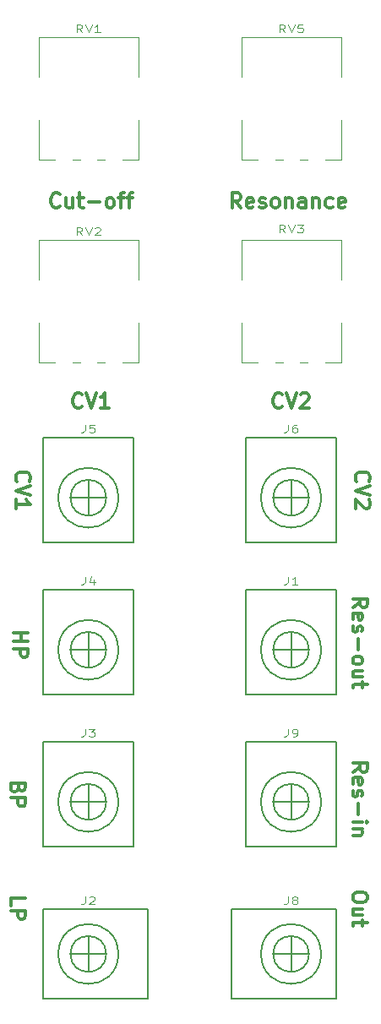
<source format=gbr>
G04 #@! TF.GenerationSoftware,KiCad,Pcbnew,(5.0.1-3-g963ef8bb5)*
G04 #@! TF.CreationDate,2018-11-04T18:49:05+08:00*
G04 #@! TF.ProjectId,SteinerVCF,537465696E65725643462E6B69636164,rev?*
G04 #@! TF.SameCoordinates,PX8d9ee20PY6422c40*
G04 #@! TF.FileFunction,Legend,Top*
G04 #@! TF.FilePolarity,Positive*
%FSLAX46Y46*%
G04 Gerber Fmt 4.6, Leading zero omitted, Abs format (unit mm)*
G04 Created by KiCad (PCBNEW (5.0.1-3-g963ef8bb5)) date 2018 November 04, Sunday 18:49:05*
%MOMM*%
%LPD*%
G01*
G04 APERTURE LIST*
%ADD10C,0.300000*%
%ADD11C,0.120000*%
%ADD12C,0.150000*%
%ADD13C,0.125000*%
G04 APERTURE END LIST*
D10*
X9267142Y9116286D02*
X9195714Y9044858D01*
X8981428Y8973429D01*
X8838571Y8973429D01*
X8624285Y9044858D01*
X8481428Y9187715D01*
X8410000Y9330572D01*
X8338571Y9616286D01*
X8338571Y9830572D01*
X8410000Y10116286D01*
X8481428Y10259143D01*
X8624285Y10402000D01*
X8838571Y10473429D01*
X8981428Y10473429D01*
X9195714Y10402000D01*
X9267142Y10330572D01*
X9695714Y10473429D02*
X10195714Y8973429D01*
X10695714Y10473429D01*
X11124285Y10330572D02*
X11195714Y10402000D01*
X11338571Y10473429D01*
X11695714Y10473429D01*
X11838571Y10402000D01*
X11910000Y10330572D01*
X11981428Y10187715D01*
X11981428Y10044858D01*
X11910000Y9830572D01*
X11052857Y8973429D01*
X11981428Y8973429D01*
X-10798858Y9116286D02*
X-10870286Y9044858D01*
X-11084572Y8973429D01*
X-11227429Y8973429D01*
X-11441715Y9044858D01*
X-11584572Y9187715D01*
X-11656000Y9330572D01*
X-11727429Y9616286D01*
X-11727429Y9830572D01*
X-11656000Y10116286D01*
X-11584572Y10259143D01*
X-11441715Y10402000D01*
X-11227429Y10473429D01*
X-11084572Y10473429D01*
X-10870286Y10402000D01*
X-10798858Y10330572D01*
X-10370286Y10473429D02*
X-9870286Y8973429D01*
X-9370286Y10473429D01*
X-8084572Y8973429D02*
X-8941715Y8973429D01*
X-8513143Y8973429D02*
X-8513143Y10473429D01*
X-8656000Y10259143D01*
X-8798858Y10116286D01*
X-8941715Y10044858D01*
X17839428Y-39898000D02*
X17839428Y-40183714D01*
X17768000Y-40326571D01*
X17625142Y-40469428D01*
X17339428Y-40540857D01*
X16839428Y-40540857D01*
X16553714Y-40469428D01*
X16410857Y-40326571D01*
X16339428Y-40183714D01*
X16339428Y-39898000D01*
X16410857Y-39755142D01*
X16553714Y-39612285D01*
X16839428Y-39540857D01*
X17339428Y-39540857D01*
X17625142Y-39612285D01*
X17768000Y-39755142D01*
X17839428Y-39898000D01*
X17339428Y-41826571D02*
X16339428Y-41826571D01*
X17339428Y-41183714D02*
X16553714Y-41183714D01*
X16410857Y-41255142D01*
X16339428Y-41398000D01*
X16339428Y-41612285D01*
X16410857Y-41755142D01*
X16482285Y-41826571D01*
X17339428Y-42326571D02*
X17339428Y-42898000D01*
X17839428Y-42540857D02*
X16553714Y-42540857D01*
X16410857Y-42612285D01*
X16339428Y-42755142D01*
X16339428Y-42898000D01*
X16339428Y-27476000D02*
X17053714Y-26976000D01*
X16339428Y-26618857D02*
X17839428Y-26618857D01*
X17839428Y-27190285D01*
X17768000Y-27333142D01*
X17696571Y-27404571D01*
X17553714Y-27476000D01*
X17339428Y-27476000D01*
X17196571Y-27404571D01*
X17125142Y-27333142D01*
X17053714Y-27190285D01*
X17053714Y-26618857D01*
X16410857Y-28690285D02*
X16339428Y-28547428D01*
X16339428Y-28261714D01*
X16410857Y-28118857D01*
X16553714Y-28047428D01*
X17125142Y-28047428D01*
X17268000Y-28118857D01*
X17339428Y-28261714D01*
X17339428Y-28547428D01*
X17268000Y-28690285D01*
X17125142Y-28761714D01*
X16982285Y-28761714D01*
X16839428Y-28047428D01*
X16410857Y-29333142D02*
X16339428Y-29476000D01*
X16339428Y-29761714D01*
X16410857Y-29904571D01*
X16553714Y-29976000D01*
X16625142Y-29976000D01*
X16768000Y-29904571D01*
X16839428Y-29761714D01*
X16839428Y-29547428D01*
X16910857Y-29404571D01*
X17053714Y-29333142D01*
X17125142Y-29333142D01*
X17268000Y-29404571D01*
X17339428Y-29547428D01*
X17339428Y-29761714D01*
X17268000Y-29904571D01*
X16910857Y-30618857D02*
X16910857Y-31761714D01*
X16339428Y-32476000D02*
X17339428Y-32476000D01*
X17839428Y-32476000D02*
X17768000Y-32404571D01*
X17696571Y-32476000D01*
X17768000Y-32547428D01*
X17839428Y-32476000D01*
X17696571Y-32476000D01*
X17339428Y-33190285D02*
X16339428Y-33190285D01*
X17196571Y-33190285D02*
X17268000Y-33261714D01*
X17339428Y-33404571D01*
X17339428Y-33618857D01*
X17268000Y-33761714D01*
X17125142Y-33833142D01*
X16339428Y-33833142D01*
X16339428Y-10978000D02*
X17053714Y-10478000D01*
X16339428Y-10120857D02*
X17839428Y-10120857D01*
X17839428Y-10692285D01*
X17768000Y-10835142D01*
X17696571Y-10906571D01*
X17553714Y-10978000D01*
X17339428Y-10978000D01*
X17196571Y-10906571D01*
X17125142Y-10835142D01*
X17053714Y-10692285D01*
X17053714Y-10120857D01*
X16410857Y-12192285D02*
X16339428Y-12049428D01*
X16339428Y-11763714D01*
X16410857Y-11620857D01*
X16553714Y-11549428D01*
X17125142Y-11549428D01*
X17268000Y-11620857D01*
X17339428Y-11763714D01*
X17339428Y-12049428D01*
X17268000Y-12192285D01*
X17125142Y-12263714D01*
X16982285Y-12263714D01*
X16839428Y-11549428D01*
X16410857Y-12835142D02*
X16339428Y-12978000D01*
X16339428Y-13263714D01*
X16410857Y-13406571D01*
X16553714Y-13478000D01*
X16625142Y-13478000D01*
X16768000Y-13406571D01*
X16839428Y-13263714D01*
X16839428Y-13049428D01*
X16910857Y-12906571D01*
X17053714Y-12835142D01*
X17125142Y-12835142D01*
X17268000Y-12906571D01*
X17339428Y-13049428D01*
X17339428Y-13263714D01*
X17268000Y-13406571D01*
X16910857Y-14120857D02*
X16910857Y-15263714D01*
X16339428Y-16192285D02*
X16410857Y-16049428D01*
X16482285Y-15978000D01*
X16625142Y-15906571D01*
X17053714Y-15906571D01*
X17196571Y-15978000D01*
X17268000Y-16049428D01*
X17339428Y-16192285D01*
X17339428Y-16406571D01*
X17268000Y-16549428D01*
X17196571Y-16620857D01*
X17053714Y-16692285D01*
X16625142Y-16692285D01*
X16482285Y-16620857D01*
X16410857Y-16549428D01*
X16339428Y-16406571D01*
X16339428Y-16192285D01*
X17339428Y-17978000D02*
X16339428Y-17978000D01*
X17339428Y-17335142D02*
X16553714Y-17335142D01*
X16410857Y-17406571D01*
X16339428Y-17549428D01*
X16339428Y-17763714D01*
X16410857Y-17906571D01*
X16482285Y-17978000D01*
X17339428Y-18478000D02*
X17339428Y-19049428D01*
X17839428Y-18692285D02*
X16553714Y-18692285D01*
X16410857Y-18763714D01*
X16339428Y-18906571D01*
X16339428Y-19049428D01*
X-17950572Y-40862285D02*
X-17950572Y-40148000D01*
X-16450572Y-40148000D01*
X-17950572Y-41362285D02*
X-16450572Y-41362285D01*
X-16450572Y-41933714D01*
X-16522000Y-42076571D01*
X-16593429Y-42148000D01*
X-16736286Y-42219428D01*
X-16950572Y-42219428D01*
X-17093429Y-42148000D01*
X-17164858Y-42076571D01*
X-17236286Y-41933714D01*
X-17236286Y-41362285D01*
X-17164858Y-29075142D02*
X-17236286Y-29289428D01*
X-17307715Y-29360857D01*
X-17450572Y-29432285D01*
X-17664858Y-29432285D01*
X-17807715Y-29360857D01*
X-17879143Y-29289428D01*
X-17950572Y-29146571D01*
X-17950572Y-28575142D01*
X-16450572Y-28575142D01*
X-16450572Y-29075142D01*
X-16522000Y-29218000D01*
X-16593429Y-29289428D01*
X-16736286Y-29360857D01*
X-16879143Y-29360857D01*
X-17022000Y-29289428D01*
X-17093429Y-29218000D01*
X-17164858Y-29075142D01*
X-17164858Y-28575142D01*
X-17950572Y-30075142D02*
X-16450572Y-30075142D01*
X-16450572Y-30646571D01*
X-16522000Y-30789428D01*
X-16593429Y-30860857D01*
X-16736286Y-30932285D01*
X-16950572Y-30932285D01*
X-17093429Y-30860857D01*
X-17164858Y-30789428D01*
X-17236286Y-30646571D01*
X-17236286Y-30075142D01*
X-17696572Y-13553428D02*
X-16196572Y-13553428D01*
X-16910858Y-13553428D02*
X-16910858Y-14410571D01*
X-17696572Y-14410571D02*
X-16196572Y-14410571D01*
X-17696572Y-15124857D02*
X-16196572Y-15124857D01*
X-16196572Y-15696285D01*
X-16268000Y-15839142D01*
X-16339429Y-15910571D01*
X-16482286Y-15982000D01*
X-16696572Y-15982000D01*
X-16839429Y-15910571D01*
X-16910858Y-15839142D01*
X-16982286Y-15696285D01*
X-16982286Y-15124857D01*
X16736285Y1654858D02*
X16664857Y1726286D01*
X16593428Y1940572D01*
X16593428Y2083429D01*
X16664857Y2297715D01*
X16807714Y2440572D01*
X16950571Y2512000D01*
X17236285Y2583429D01*
X17450571Y2583429D01*
X17736285Y2512000D01*
X17879142Y2440572D01*
X18022000Y2297715D01*
X18093428Y2083429D01*
X18093428Y1940572D01*
X18022000Y1726286D01*
X17950571Y1654858D01*
X18093428Y1226286D02*
X16593428Y726286D01*
X18093428Y226286D01*
X17950571Y-202285D02*
X18022000Y-273714D01*
X18093428Y-416571D01*
X18093428Y-773714D01*
X18022000Y-916571D01*
X17950571Y-988000D01*
X17807714Y-1059428D01*
X17664857Y-1059428D01*
X17450571Y-988000D01*
X16593428Y-130857D01*
X16593428Y-1059428D01*
X-17299715Y1654858D02*
X-17371143Y1726286D01*
X-17442572Y1940572D01*
X-17442572Y2083429D01*
X-17371143Y2297715D01*
X-17228286Y2440572D01*
X-17085429Y2512000D01*
X-16799715Y2583429D01*
X-16585429Y2583429D01*
X-16299715Y2512000D01*
X-16156858Y2440572D01*
X-16014000Y2297715D01*
X-15942572Y2083429D01*
X-15942572Y1940572D01*
X-16014000Y1726286D01*
X-16085429Y1654858D01*
X-15942572Y1226286D02*
X-17442572Y726286D01*
X-15942572Y226286D01*
X-17442572Y-1059428D02*
X-17442572Y-202285D01*
X-17442572Y-630857D02*
X-15942572Y-630857D01*
X-16156858Y-488000D01*
X-16299715Y-345142D01*
X-16371143Y-202285D01*
X5120285Y29039429D02*
X4620285Y29753715D01*
X4263142Y29039429D02*
X4263142Y30539429D01*
X4834571Y30539429D01*
X4977428Y30468000D01*
X5048857Y30396572D01*
X5120285Y30253715D01*
X5120285Y30039429D01*
X5048857Y29896572D01*
X4977428Y29825143D01*
X4834571Y29753715D01*
X4263142Y29753715D01*
X6334571Y29110858D02*
X6191714Y29039429D01*
X5906000Y29039429D01*
X5763142Y29110858D01*
X5691714Y29253715D01*
X5691714Y29825143D01*
X5763142Y29968000D01*
X5906000Y30039429D01*
X6191714Y30039429D01*
X6334571Y29968000D01*
X6406000Y29825143D01*
X6406000Y29682286D01*
X5691714Y29539429D01*
X6977428Y29110858D02*
X7120285Y29039429D01*
X7406000Y29039429D01*
X7548857Y29110858D01*
X7620285Y29253715D01*
X7620285Y29325143D01*
X7548857Y29468000D01*
X7406000Y29539429D01*
X7191714Y29539429D01*
X7048857Y29610858D01*
X6977428Y29753715D01*
X6977428Y29825143D01*
X7048857Y29968000D01*
X7191714Y30039429D01*
X7406000Y30039429D01*
X7548857Y29968000D01*
X8477428Y29039429D02*
X8334571Y29110858D01*
X8263142Y29182286D01*
X8191714Y29325143D01*
X8191714Y29753715D01*
X8263142Y29896572D01*
X8334571Y29968000D01*
X8477428Y30039429D01*
X8691714Y30039429D01*
X8834571Y29968000D01*
X8906000Y29896572D01*
X8977428Y29753715D01*
X8977428Y29325143D01*
X8906000Y29182286D01*
X8834571Y29110858D01*
X8691714Y29039429D01*
X8477428Y29039429D01*
X9620285Y30039429D02*
X9620285Y29039429D01*
X9620285Y29896572D02*
X9691714Y29968000D01*
X9834571Y30039429D01*
X10048857Y30039429D01*
X10191714Y29968000D01*
X10263142Y29825143D01*
X10263142Y29039429D01*
X11620285Y29039429D02*
X11620285Y29825143D01*
X11548857Y29968000D01*
X11406000Y30039429D01*
X11120285Y30039429D01*
X10977428Y29968000D01*
X11620285Y29110858D02*
X11477428Y29039429D01*
X11120285Y29039429D01*
X10977428Y29110858D01*
X10906000Y29253715D01*
X10906000Y29396572D01*
X10977428Y29539429D01*
X11120285Y29610858D01*
X11477428Y29610858D01*
X11620285Y29682286D01*
X12334571Y30039429D02*
X12334571Y29039429D01*
X12334571Y29896572D02*
X12406000Y29968000D01*
X12548857Y30039429D01*
X12763142Y30039429D01*
X12906000Y29968000D01*
X12977428Y29825143D01*
X12977428Y29039429D01*
X14334571Y29110858D02*
X14191714Y29039429D01*
X13906000Y29039429D01*
X13763142Y29110858D01*
X13691714Y29182286D01*
X13620285Y29325143D01*
X13620285Y29753715D01*
X13691714Y29896572D01*
X13763142Y29968000D01*
X13906000Y30039429D01*
X14191714Y30039429D01*
X14334571Y29968000D01*
X15548857Y29110858D02*
X15406000Y29039429D01*
X15120285Y29039429D01*
X14977428Y29110858D01*
X14906000Y29253715D01*
X14906000Y29825143D01*
X14977428Y29968000D01*
X15120285Y30039429D01*
X15406000Y30039429D01*
X15548857Y29968000D01*
X15620285Y29825143D01*
X15620285Y29682286D01*
X14906000Y29539429D01*
X-13013143Y29182286D02*
X-13084572Y29110858D01*
X-13298858Y29039429D01*
X-13441715Y29039429D01*
X-13656000Y29110858D01*
X-13798858Y29253715D01*
X-13870286Y29396572D01*
X-13941715Y29682286D01*
X-13941715Y29896572D01*
X-13870286Y30182286D01*
X-13798858Y30325143D01*
X-13656000Y30468000D01*
X-13441715Y30539429D01*
X-13298858Y30539429D01*
X-13084572Y30468000D01*
X-13013143Y30396572D01*
X-11727429Y30039429D02*
X-11727429Y29039429D01*
X-12370286Y30039429D02*
X-12370286Y29253715D01*
X-12298858Y29110858D01*
X-12156000Y29039429D01*
X-11941715Y29039429D01*
X-11798858Y29110858D01*
X-11727429Y29182286D01*
X-11227429Y30039429D02*
X-10656000Y30039429D01*
X-11013143Y30539429D02*
X-11013143Y29253715D01*
X-10941715Y29110858D01*
X-10798858Y29039429D01*
X-10656000Y29039429D01*
X-10156000Y29610858D02*
X-9013143Y29610858D01*
X-8084572Y29039429D02*
X-8227429Y29110858D01*
X-8298858Y29182286D01*
X-8370286Y29325143D01*
X-8370286Y29753715D01*
X-8298858Y29896572D01*
X-8227429Y29968000D01*
X-8084572Y30039429D01*
X-7870286Y30039429D01*
X-7727429Y29968000D01*
X-7656000Y29896572D01*
X-7584572Y29753715D01*
X-7584572Y29325143D01*
X-7656000Y29182286D01*
X-7727429Y29110858D01*
X-7870286Y29039429D01*
X-8084572Y29039429D01*
X-7156000Y30039429D02*
X-6584572Y30039429D01*
X-6941715Y29039429D02*
X-6941715Y30325143D01*
X-6870286Y30468000D01*
X-6727429Y30539429D01*
X-6584572Y30539429D01*
X-6298858Y30039429D02*
X-5727429Y30039429D01*
X-6084572Y29039429D02*
X-6084572Y30325143D01*
X-6013143Y30468000D01*
X-5870286Y30539429D01*
X-5727429Y30539429D01*
D11*
G04 #@! TO.C,RV1*
X-15141000Y33900000D02*
X-15141000Y37837000D01*
X-15141000Y42204000D02*
X-15141000Y46140000D01*
X-5100000Y33900000D02*
X-5100000Y37837000D01*
X-5100000Y42204000D02*
X-5100000Y46140000D01*
X-15141000Y33900000D02*
X-13491000Y33900000D01*
X-11749000Y33900000D02*
X-10990000Y33900000D01*
X-9249000Y33900000D02*
X-8490000Y33900000D01*
X-6750000Y33900000D02*
X-5100000Y33900000D01*
X-15141000Y46140000D02*
X-5100000Y46140000D01*
G04 #@! TO.C,RV2*
X-15141000Y25820000D02*
X-5100000Y25820000D01*
X-6750000Y13580000D02*
X-5100000Y13580000D01*
X-9249000Y13580000D02*
X-8490000Y13580000D01*
X-11749000Y13580000D02*
X-10990000Y13580000D01*
X-15141000Y13580000D02*
X-13491000Y13580000D01*
X-5100000Y21884000D02*
X-5100000Y25820000D01*
X-5100000Y13580000D02*
X-5100000Y17517000D01*
X-15141000Y21884000D02*
X-15141000Y25820000D01*
X-15141000Y13580000D02*
X-15141000Y17517000D01*
G04 #@! TO.C,RV3*
X5179000Y13580000D02*
X5179000Y17517000D01*
X5179000Y21884000D02*
X5179000Y25820000D01*
X15220000Y13580000D02*
X15220000Y17517000D01*
X15220000Y21884000D02*
X15220000Y25820000D01*
X5179000Y13580000D02*
X6829000Y13580000D01*
X8571000Y13580000D02*
X9330000Y13580000D01*
X11071000Y13580000D02*
X11830000Y13580000D01*
X13570000Y13580000D02*
X15220000Y13580000D01*
X5179000Y25820000D02*
X15220000Y25820000D01*
G04 #@! TO.C,RV5*
X5179000Y46140000D02*
X15220000Y46140000D01*
X13570000Y33900000D02*
X15220000Y33900000D01*
X11071000Y33900000D02*
X11830000Y33900000D01*
X8571000Y33900000D02*
X9330000Y33900000D01*
X5179000Y33900000D02*
X6829000Y33900000D01*
X15220000Y42204000D02*
X15220000Y46140000D01*
X15220000Y33900000D02*
X15220000Y37837000D01*
X5179000Y42204000D02*
X5179000Y46140000D01*
X5179000Y33900000D02*
X5179000Y37837000D01*
D12*
G04 #@! TO.C,J1*
X11960000Y-15240000D02*
G75*
G03X11960000Y-15240000I-1800000J0D01*
G01*
X13166659Y-15240000D02*
G75*
G03X13166659Y-15240000I-3006659J0D01*
G01*
X5660000Y-9240000D02*
X5660000Y-19740000D01*
X14660000Y-9240000D02*
X5660000Y-9240000D01*
X14660000Y-19740000D02*
X14660000Y-9240000D01*
X5660000Y-19740000D02*
X14660000Y-19740000D01*
X10160000Y-13440000D02*
X10160000Y-17040000D01*
X11960000Y-15240000D02*
X8360000Y-15240000D01*
G04 #@! TO.C,J2*
X-10160000Y-47520000D02*
X-10160000Y-43920000D01*
X-8360000Y-45720000D02*
X-11960000Y-45720000D01*
X-14660000Y-41220000D02*
X-14660000Y-50220000D01*
X-14660000Y-50220000D02*
X-4160000Y-50220000D01*
X-4160000Y-50220000D02*
X-4160000Y-41220000D01*
X-4160000Y-41220000D02*
X-14660000Y-41220000D01*
X-7153341Y-45720000D02*
G75*
G03X-7153341Y-45720000I-3006659J0D01*
G01*
X-8360000Y-45720000D02*
G75*
G03X-8360000Y-45720000I-1800000J0D01*
G01*
G04 #@! TO.C,J3*
X-8360000Y-30480000D02*
G75*
G03X-8360000Y-30480000I-1800000J0D01*
G01*
X-7153341Y-30480000D02*
G75*
G03X-7153341Y-30480000I-3006659J0D01*
G01*
X-14660000Y-24480000D02*
X-14660000Y-34980000D01*
X-5660000Y-24480000D02*
X-14660000Y-24480000D01*
X-5660000Y-34980000D02*
X-5660000Y-24480000D01*
X-14660000Y-34980000D02*
X-5660000Y-34980000D01*
X-10160000Y-28680000D02*
X-10160000Y-32280000D01*
X-8360000Y-30480000D02*
X-11960000Y-30480000D01*
G04 #@! TO.C,J4*
X-8360000Y-15240000D02*
X-11960000Y-15240000D01*
X-10160000Y-13440000D02*
X-10160000Y-17040000D01*
X-14660000Y-19740000D02*
X-5660000Y-19740000D01*
X-5660000Y-19740000D02*
X-5660000Y-9240000D01*
X-5660000Y-9240000D02*
X-14660000Y-9240000D01*
X-14660000Y-9240000D02*
X-14660000Y-19740000D01*
X-7153341Y-15240000D02*
G75*
G03X-7153341Y-15240000I-3006659J0D01*
G01*
X-8360000Y-15240000D02*
G75*
G03X-8360000Y-15240000I-1800000J0D01*
G01*
G04 #@! TO.C,J5*
X-8360000Y0D02*
G75*
G03X-8360000Y0I-1800000J0D01*
G01*
X-7153341Y0D02*
G75*
G03X-7153341Y0I-3006659J0D01*
G01*
X-14660000Y6000000D02*
X-14660000Y-4500000D01*
X-5660000Y6000000D02*
X-14660000Y6000000D01*
X-5660000Y-4500000D02*
X-5660000Y6000000D01*
X-14660000Y-4500000D02*
X-5660000Y-4500000D01*
X-10160000Y1800000D02*
X-10160000Y-1800000D01*
X-8360000Y0D02*
X-11960000Y0D01*
G04 #@! TO.C,J6*
X11960000Y0D02*
X8360000Y0D01*
X10160000Y1800000D02*
X10160000Y-1800000D01*
X5660000Y-4500000D02*
X14660000Y-4500000D01*
X14660000Y-4500000D02*
X14660000Y6000000D01*
X14660000Y6000000D02*
X5660000Y6000000D01*
X5660000Y6000000D02*
X5660000Y-4500000D01*
X13166659Y0D02*
G75*
G03X13166659Y0I-3006659J0D01*
G01*
X11960000Y0D02*
G75*
G03X11960000Y0I-1800000J0D01*
G01*
G04 #@! TO.C,J9*
X11960000Y-30480000D02*
G75*
G03X11960000Y-30480000I-1800000J0D01*
G01*
X13166659Y-30480000D02*
G75*
G03X13166659Y-30480000I-3006659J0D01*
G01*
X5660000Y-24480000D02*
X5660000Y-34980000D01*
X14660000Y-24480000D02*
X5660000Y-24480000D01*
X14660000Y-34980000D02*
X14660000Y-24480000D01*
X5660000Y-34980000D02*
X14660000Y-34980000D01*
X10160000Y-28680000D02*
X10160000Y-32280000D01*
X11960000Y-30480000D02*
X8360000Y-30480000D01*
G04 #@! TO.C,J8*
X10160000Y-43920000D02*
X10160000Y-47520000D01*
X8360000Y-45720000D02*
X11960000Y-45720000D01*
X14660000Y-50220000D02*
X14660000Y-41220000D01*
X14660000Y-41220000D02*
X4160000Y-41220000D01*
X4160000Y-41220000D02*
X4160000Y-50220000D01*
X4160000Y-50220000D02*
X14660000Y-50220000D01*
X13166659Y-45720000D02*
G75*
G03X13166659Y-45720000I-3006659J0D01*
G01*
X11960000Y-45720000D02*
G75*
G03X11960000Y-45720000I-1800000J0D01*
G01*
G04 #@! TO.C,RV1*
D13*
X-10755239Y46650715D02*
X-11088572Y47007858D01*
X-11326667Y46650715D02*
X-11326667Y47400715D01*
X-10945715Y47400715D01*
X-10850477Y47365000D01*
X-10802858Y47329286D01*
X-10755239Y47257858D01*
X-10755239Y47150715D01*
X-10802858Y47079286D01*
X-10850477Y47043572D01*
X-10945715Y47007858D01*
X-11326667Y47007858D01*
X-10469524Y47400715D02*
X-10136191Y46650715D01*
X-9802858Y47400715D01*
X-8945715Y46650715D02*
X-9517143Y46650715D01*
X-9231429Y46650715D02*
X-9231429Y47400715D01*
X-9326667Y47293572D01*
X-9421905Y47222143D01*
X-9517143Y47186429D01*
G04 #@! TO.C,RV2*
X-10755239Y26330715D02*
X-11088572Y26687858D01*
X-11326667Y26330715D02*
X-11326667Y27080715D01*
X-10945715Y27080715D01*
X-10850477Y27045000D01*
X-10802858Y27009286D01*
X-10755239Y26937858D01*
X-10755239Y26830715D01*
X-10802858Y26759286D01*
X-10850477Y26723572D01*
X-10945715Y26687858D01*
X-11326667Y26687858D01*
X-10469524Y27080715D02*
X-10136191Y26330715D01*
X-9802858Y27080715D01*
X-9517143Y27009286D02*
X-9469524Y27045000D01*
X-9374286Y27080715D01*
X-9136191Y27080715D01*
X-9040953Y27045000D01*
X-8993334Y27009286D01*
X-8945715Y26937858D01*
X-8945715Y26866429D01*
X-8993334Y26759286D01*
X-9564762Y26330715D01*
X-8945715Y26330715D01*
G04 #@! TO.C,RV3*
X9564761Y26584715D02*
X9231428Y26941858D01*
X8993333Y26584715D02*
X8993333Y27334715D01*
X9374285Y27334715D01*
X9469523Y27299000D01*
X9517142Y27263286D01*
X9564761Y27191858D01*
X9564761Y27084715D01*
X9517142Y27013286D01*
X9469523Y26977572D01*
X9374285Y26941858D01*
X8993333Y26941858D01*
X9850476Y27334715D02*
X10183809Y26584715D01*
X10517142Y27334715D01*
X10755238Y27334715D02*
X11374285Y27334715D01*
X11040952Y27049000D01*
X11183809Y27049000D01*
X11279047Y27013286D01*
X11326666Y26977572D01*
X11374285Y26906143D01*
X11374285Y26727572D01*
X11326666Y26656143D01*
X11279047Y26620429D01*
X11183809Y26584715D01*
X10898095Y26584715D01*
X10802857Y26620429D01*
X10755238Y26656143D01*
G04 #@! TO.C,RV5*
X9564761Y46650715D02*
X9231428Y47007858D01*
X8993333Y46650715D02*
X8993333Y47400715D01*
X9374285Y47400715D01*
X9469523Y47365000D01*
X9517142Y47329286D01*
X9564761Y47257858D01*
X9564761Y47150715D01*
X9517142Y47079286D01*
X9469523Y47043572D01*
X9374285Y47007858D01*
X8993333Y47007858D01*
X9850476Y47400715D02*
X10183809Y46650715D01*
X10517142Y47400715D01*
X11326666Y47400715D02*
X10850476Y47400715D01*
X10802857Y47043572D01*
X10850476Y47079286D01*
X10945714Y47115000D01*
X11183809Y47115000D01*
X11279047Y47079286D01*
X11326666Y47043572D01*
X11374285Y46972143D01*
X11374285Y46793572D01*
X11326666Y46722143D01*
X11279047Y46686429D01*
X11183809Y46650715D01*
X10945714Y46650715D01*
X10850476Y46686429D01*
X10802857Y46722143D01*
G04 #@! TO.C,J1*
X9826666Y-7929285D02*
X9826666Y-8465000D01*
X9779047Y-8572142D01*
X9683809Y-8643571D01*
X9540952Y-8679285D01*
X9445714Y-8679285D01*
X10826666Y-8679285D02*
X10255238Y-8679285D01*
X10540952Y-8679285D02*
X10540952Y-7929285D01*
X10445714Y-8036428D01*
X10350476Y-8107857D01*
X10255238Y-8143571D01*
G04 #@! TO.C,J2*
X-10493334Y-39975285D02*
X-10493334Y-40511000D01*
X-10540953Y-40618142D01*
X-10636191Y-40689571D01*
X-10779048Y-40725285D01*
X-10874286Y-40725285D01*
X-10064762Y-40046714D02*
X-10017143Y-40011000D01*
X-9921905Y-39975285D01*
X-9683810Y-39975285D01*
X-9588572Y-40011000D01*
X-9540953Y-40046714D01*
X-9493334Y-40118142D01*
X-9493334Y-40189571D01*
X-9540953Y-40296714D01*
X-10112381Y-40725285D01*
X-9493334Y-40725285D01*
G04 #@! TO.C,J3*
X-10493334Y-23169285D02*
X-10493334Y-23705000D01*
X-10540953Y-23812142D01*
X-10636191Y-23883571D01*
X-10779048Y-23919285D01*
X-10874286Y-23919285D01*
X-10112381Y-23169285D02*
X-9493334Y-23169285D01*
X-9826667Y-23455000D01*
X-9683810Y-23455000D01*
X-9588572Y-23490714D01*
X-9540953Y-23526428D01*
X-9493334Y-23597857D01*
X-9493334Y-23776428D01*
X-9540953Y-23847857D01*
X-9588572Y-23883571D01*
X-9683810Y-23919285D01*
X-9969524Y-23919285D01*
X-10064762Y-23883571D01*
X-10112381Y-23847857D01*
G04 #@! TO.C,J4*
X-10493334Y-7929285D02*
X-10493334Y-8465000D01*
X-10540953Y-8572142D01*
X-10636191Y-8643571D01*
X-10779048Y-8679285D01*
X-10874286Y-8679285D01*
X-9588572Y-8179285D02*
X-9588572Y-8679285D01*
X-9826667Y-7893571D02*
X-10064762Y-8429285D01*
X-9445715Y-8429285D01*
G04 #@! TO.C,J5*
X-10493334Y7310715D02*
X-10493334Y6775000D01*
X-10540953Y6667858D01*
X-10636191Y6596429D01*
X-10779048Y6560715D01*
X-10874286Y6560715D01*
X-9540953Y7310715D02*
X-10017143Y7310715D01*
X-10064762Y6953572D01*
X-10017143Y6989286D01*
X-9921905Y7025000D01*
X-9683810Y7025000D01*
X-9588572Y6989286D01*
X-9540953Y6953572D01*
X-9493334Y6882143D01*
X-9493334Y6703572D01*
X-9540953Y6632143D01*
X-9588572Y6596429D01*
X-9683810Y6560715D01*
X-9921905Y6560715D01*
X-10017143Y6596429D01*
X-10064762Y6632143D01*
G04 #@! TO.C,J6*
X9826666Y7310715D02*
X9826666Y6775000D01*
X9779047Y6667858D01*
X9683809Y6596429D01*
X9540952Y6560715D01*
X9445714Y6560715D01*
X10731428Y7310715D02*
X10540952Y7310715D01*
X10445714Y7275000D01*
X10398095Y7239286D01*
X10302857Y7132143D01*
X10255238Y6989286D01*
X10255238Y6703572D01*
X10302857Y6632143D01*
X10350476Y6596429D01*
X10445714Y6560715D01*
X10636190Y6560715D01*
X10731428Y6596429D01*
X10779047Y6632143D01*
X10826666Y6703572D01*
X10826666Y6882143D01*
X10779047Y6953572D01*
X10731428Y6989286D01*
X10636190Y7025000D01*
X10445714Y7025000D01*
X10350476Y6989286D01*
X10302857Y6953572D01*
X10255238Y6882143D01*
G04 #@! TO.C,J9*
X9826666Y-23169285D02*
X9826666Y-23705000D01*
X9779047Y-23812142D01*
X9683809Y-23883571D01*
X9540952Y-23919285D01*
X9445714Y-23919285D01*
X10350476Y-23919285D02*
X10540952Y-23919285D01*
X10636190Y-23883571D01*
X10683809Y-23847857D01*
X10779047Y-23740714D01*
X10826666Y-23597857D01*
X10826666Y-23312142D01*
X10779047Y-23240714D01*
X10731428Y-23205000D01*
X10636190Y-23169285D01*
X10445714Y-23169285D01*
X10350476Y-23205000D01*
X10302857Y-23240714D01*
X10255238Y-23312142D01*
X10255238Y-23490714D01*
X10302857Y-23562142D01*
X10350476Y-23597857D01*
X10445714Y-23633571D01*
X10636190Y-23633571D01*
X10731428Y-23597857D01*
X10779047Y-23562142D01*
X10826666Y-23490714D01*
G04 #@! TO.C,J8*
X9826666Y-39975285D02*
X9826666Y-40511000D01*
X9779047Y-40618142D01*
X9683809Y-40689571D01*
X9540952Y-40725285D01*
X9445714Y-40725285D01*
X10445714Y-40296714D02*
X10350476Y-40261000D01*
X10302857Y-40225285D01*
X10255238Y-40153857D01*
X10255238Y-40118142D01*
X10302857Y-40046714D01*
X10350476Y-40011000D01*
X10445714Y-39975285D01*
X10636190Y-39975285D01*
X10731428Y-40011000D01*
X10779047Y-40046714D01*
X10826666Y-40118142D01*
X10826666Y-40153857D01*
X10779047Y-40225285D01*
X10731428Y-40261000D01*
X10636190Y-40296714D01*
X10445714Y-40296714D01*
X10350476Y-40332428D01*
X10302857Y-40368142D01*
X10255238Y-40439571D01*
X10255238Y-40582428D01*
X10302857Y-40653857D01*
X10350476Y-40689571D01*
X10445714Y-40725285D01*
X10636190Y-40725285D01*
X10731428Y-40689571D01*
X10779047Y-40653857D01*
X10826666Y-40582428D01*
X10826666Y-40439571D01*
X10779047Y-40368142D01*
X10731428Y-40332428D01*
X10636190Y-40296714D01*
G04 #@! TD*
M02*

</source>
